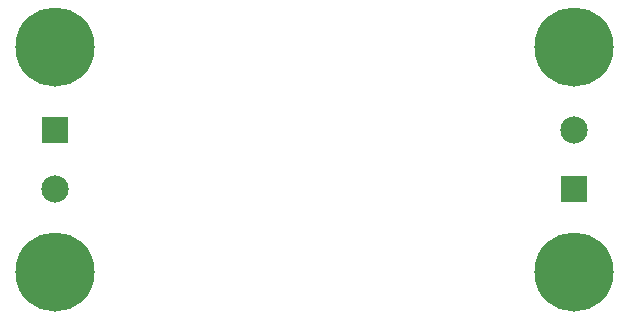
<source format=gbs>
G04*
G04 #@! TF.GenerationSoftware,Altium Limited,Altium Designer,20.0.12 (288)*
G04*
G04 Layer_Color=16711935*
%FSLAX24Y24*%
%MOIN*%
G70*
G01*
G75*
%ADD19C,0.0907*%
%ADD20R,0.0907X0.0907*%
%ADD21C,0.2639*%
D19*
X18898Y6299D02*
D03*
X1575Y4331D02*
D03*
D20*
X18898D02*
D03*
X1575Y6299D02*
D03*
D21*
X18898Y1575D02*
D03*
Y9055D02*
D03*
X1575Y1575D02*
D03*
Y9055D02*
D03*
M02*

</source>
